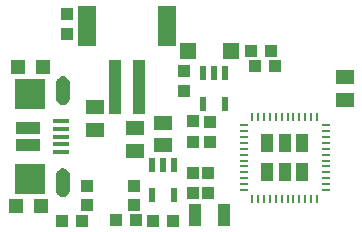
<source format=gbr>
G04 EAGLE Gerber RS-274X export*
G75*
%MOMM*%
%FSLAX34Y34*%
%LPD*%
%INSolderpaste Top*%
%IPPOS*%
%AMOC8*
5,1,8,0,0,1.08239X$1,22.5*%
G01*
%ADD10R,1.500000X1.300000*%
%ADD11R,1.000000X1.100000*%
%ADD12R,1.200000X1.200000*%
%ADD13R,1.100000X1.000000*%
%ADD14R,1.000000X1.000000*%
%ADD15R,1.350000X0.400000*%
%ADD16R,2.000000X1.000000*%
%ADD17R,2.500000X2.500000*%
%ADD18R,0.550000X1.200000*%
%ADD19R,1.400000X1.400000*%
%ADD20R,1.000000X4.600000*%
%ADD21R,1.600000X3.400000*%
%ADD22R,0.250000X0.750000*%
%ADD23R,0.750000X0.250000*%
%ADD24R,1.000000X1.500000*%
%ADD25R,1.100000X1.900000*%

G36*
X53548Y141173D02*
X53548Y141173D01*
X54822Y141373D01*
X54869Y141390D01*
X54959Y141411D01*
X56155Y141889D01*
X56198Y141916D01*
X56281Y141956D01*
X57341Y142688D01*
X57377Y142724D01*
X57448Y142782D01*
X58319Y143732D01*
X58346Y143774D01*
X58403Y143847D01*
X59040Y144967D01*
X59057Y145014D01*
X59096Y145097D01*
X59469Y146331D01*
X59474Y146381D01*
X59494Y146471D01*
X59583Y147756D01*
X59581Y147776D01*
X59584Y147800D01*
X59584Y158800D01*
X59582Y158815D01*
X59583Y158835D01*
X59522Y159961D01*
X59511Y160008D01*
X59503Y160084D01*
X59222Y161177D01*
X59202Y161221D01*
X59180Y161294D01*
X58692Y162311D01*
X58664Y162350D01*
X58627Y162417D01*
X57950Y163320D01*
X57915Y163353D01*
X57866Y163411D01*
X57026Y164164D01*
X56985Y164190D01*
X56925Y164238D01*
X55954Y164812D01*
X55909Y164829D01*
X55842Y164865D01*
X54777Y165239D01*
X54730Y165247D01*
X54657Y165269D01*
X53540Y165428D01*
X53512Y165427D01*
X53360Y165428D01*
X52244Y165269D01*
X52198Y165254D01*
X52123Y165239D01*
X51058Y164865D01*
X51016Y164841D01*
X50946Y164812D01*
X49975Y164238D01*
X49938Y164206D01*
X49874Y164164D01*
X49034Y163411D01*
X49005Y163374D01*
X48950Y163320D01*
X48273Y162417D01*
X48251Y162374D01*
X48208Y162311D01*
X47720Y161294D01*
X47707Y161247D01*
X47678Y161177D01*
X47397Y160084D01*
X47394Y160036D01*
X47378Y159961D01*
X47317Y158835D01*
X47319Y158819D01*
X47316Y158800D01*
X47316Y147800D01*
X47319Y147785D01*
X47317Y147765D01*
X47378Y146639D01*
X47390Y146592D01*
X47397Y146516D01*
X47678Y145423D01*
X47698Y145379D01*
X47720Y145306D01*
X48208Y144289D01*
X48237Y144250D01*
X48273Y144183D01*
X48950Y143280D01*
X48985Y143247D01*
X49034Y143189D01*
X49874Y142436D01*
X49915Y142410D01*
X49975Y142362D01*
X50946Y141788D01*
X50991Y141771D01*
X51058Y141735D01*
X52123Y141361D01*
X52170Y141353D01*
X52244Y141331D01*
X53360Y141172D01*
X53361Y141172D01*
X53548Y141173D01*
G37*
G36*
X53548Y63173D02*
X53548Y63173D01*
X54822Y63373D01*
X54869Y63390D01*
X54959Y63411D01*
X56155Y63889D01*
X56198Y63916D01*
X56281Y63956D01*
X57341Y64688D01*
X57377Y64724D01*
X57448Y64782D01*
X58319Y65732D01*
X58346Y65774D01*
X58403Y65847D01*
X59040Y66967D01*
X59057Y67014D01*
X59096Y67097D01*
X59469Y68331D01*
X59474Y68381D01*
X59494Y68471D01*
X59583Y69756D01*
X59581Y69776D01*
X59584Y69800D01*
X59584Y80800D01*
X59582Y80815D01*
X59583Y80835D01*
X59522Y81961D01*
X59511Y82008D01*
X59503Y82084D01*
X59222Y83177D01*
X59202Y83221D01*
X59180Y83294D01*
X58692Y84311D01*
X58664Y84350D01*
X58627Y84417D01*
X57950Y85320D01*
X57915Y85353D01*
X57866Y85411D01*
X57026Y86164D01*
X56985Y86190D01*
X56925Y86238D01*
X55954Y86812D01*
X55909Y86829D01*
X55842Y86865D01*
X54777Y87239D01*
X54730Y87247D01*
X54657Y87269D01*
X53540Y87428D01*
X53512Y87427D01*
X53360Y87428D01*
X52244Y87269D01*
X52198Y87254D01*
X52123Y87239D01*
X51058Y86865D01*
X51016Y86841D01*
X50946Y86812D01*
X49975Y86238D01*
X49938Y86206D01*
X49874Y86164D01*
X49034Y85411D01*
X49005Y85374D01*
X48950Y85320D01*
X48273Y84417D01*
X48251Y84374D01*
X48208Y84311D01*
X47720Y83294D01*
X47707Y83247D01*
X47678Y83177D01*
X47397Y82084D01*
X47394Y82036D01*
X47378Y81961D01*
X47317Y80835D01*
X47319Y80819D01*
X47316Y80800D01*
X47316Y69800D01*
X47319Y69785D01*
X47317Y69765D01*
X47378Y68639D01*
X47390Y68592D01*
X47397Y68516D01*
X47678Y67423D01*
X47698Y67379D01*
X47720Y67306D01*
X48208Y66289D01*
X48237Y66250D01*
X48273Y66183D01*
X48950Y65280D01*
X48985Y65247D01*
X49034Y65189D01*
X49874Y64436D01*
X49915Y64410D01*
X49975Y64362D01*
X50946Y63788D01*
X50991Y63771D01*
X51058Y63735D01*
X52123Y63361D01*
X52170Y63353D01*
X52244Y63331D01*
X53360Y63172D01*
X53361Y63172D01*
X53548Y63173D01*
G37*
D10*
X80880Y120090D03*
X80880Y139090D03*
D11*
X164000Y110120D03*
X164000Y127120D03*
D10*
X138580Y125740D03*
X138580Y106740D03*
D12*
X15950Y173590D03*
X36950Y173590D03*
D13*
X98688Y43446D03*
X115688Y43446D03*
D11*
X57150Y218050D03*
X57150Y201050D03*
D14*
X73980Y56770D03*
X73980Y72770D03*
X113980Y72770D03*
X113980Y56770D03*
D15*
X52200Y127300D03*
X52200Y120800D03*
X52200Y114300D03*
X52200Y107800D03*
X52200Y101300D03*
D16*
X24450Y121800D03*
X24450Y106800D03*
D17*
X25450Y150300D03*
X25450Y78300D03*
D18*
X191110Y167941D03*
X181610Y167941D03*
X172110Y167941D03*
X172110Y141939D03*
X191110Y141939D03*
D19*
X196300Y186690D03*
X159300Y186690D03*
D20*
X97950Y156040D03*
X117950Y156040D03*
D21*
X73950Y208040D03*
X141950Y208040D03*
D18*
X147930Y90471D03*
X138430Y90471D03*
X128930Y90471D03*
X128930Y64469D03*
X147930Y64469D03*
D12*
X34630Y55880D03*
X13630Y55880D03*
D13*
X52460Y43180D03*
X69460Y43180D03*
D10*
X114300Y121260D03*
X114300Y102260D03*
D13*
X146930Y43180D03*
X129930Y43180D03*
X212480Y186690D03*
X229480Y186690D03*
X233290Y173990D03*
X216290Y173990D03*
D22*
X213800Y61770D03*
X218800Y61770D03*
X223800Y61770D03*
X228800Y61770D03*
X233800Y61770D03*
X238800Y61770D03*
X243800Y61770D03*
X248800Y61770D03*
X253800Y61770D03*
X258800Y61770D03*
X263800Y61770D03*
D23*
X276050Y69020D03*
X276050Y74020D03*
X276050Y79020D03*
X276050Y84020D03*
X276050Y89020D03*
X276050Y94020D03*
X276050Y99020D03*
X276050Y104020D03*
X276050Y109020D03*
X276050Y114020D03*
X276050Y119020D03*
D22*
X268800Y131270D03*
X263800Y131270D03*
X258800Y131270D03*
X253800Y131270D03*
X248800Y131270D03*
X243800Y131270D03*
X238800Y131270D03*
X233800Y131270D03*
X228800Y131270D03*
X223800Y131270D03*
X218800Y131270D03*
D23*
X206550Y124020D03*
X206550Y119020D03*
X206550Y114020D03*
X206550Y109020D03*
X206550Y104020D03*
X206550Y99020D03*
X206550Y94020D03*
X206550Y89020D03*
X206550Y84020D03*
X206550Y79020D03*
X206550Y74020D03*
D24*
X226300Y109020D03*
X241300Y109020D03*
X256300Y109020D03*
X256300Y84020D03*
X241300Y84020D03*
X226300Y84020D03*
D22*
X268800Y61770D03*
D23*
X276050Y124020D03*
D22*
X213800Y131270D03*
D23*
X206550Y69020D03*
D11*
X177800Y109610D03*
X177800Y126610D03*
X176530Y66430D03*
X176530Y83430D03*
X163830Y66430D03*
X163830Y83430D03*
D25*
X189800Y48260D03*
X165800Y48260D03*
D10*
X292100Y164440D03*
X292100Y145440D03*
D11*
X156210Y152790D03*
X156210Y169790D03*
M02*

</source>
